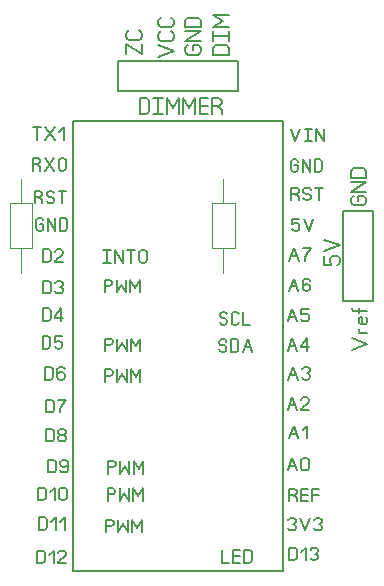
<source format=gbr>
%FSLAX34Y34*%
%MOMM*%
%LNSILK_TOP*%
G71*
G01*
%ADD10C, 0.20*%
%ADD11C, 0.19*%
%ADD12C, 0.17*%
%ADD13C, 0.10*%
%LPD*%
G54D10*
X88900Y901700D02*
X266700Y901700D01*
X266700Y520700D01*
X88900Y520700D01*
X88900Y901700D01*
G54D11*
X272807Y894899D02*
X276807Y884232D01*
X280807Y894899D01*
G54D11*
X284540Y884232D02*
X290940Y884232D01*
G54D11*
X287740Y884232D02*
X287740Y894899D01*
G54D11*
X284540Y894899D02*
X290940Y894899D01*
G54D11*
X294673Y884232D02*
X294673Y894899D01*
X301073Y884232D01*
X301073Y894899D01*
G54D11*
X276007Y863911D02*
X279207Y863911D01*
X279207Y860578D01*
X278407Y859245D01*
X276807Y858578D01*
X275207Y858578D01*
X273607Y859245D01*
X272807Y860578D01*
X272807Y867245D01*
X273607Y868578D01*
X275207Y869245D01*
X276807Y869245D01*
X278407Y868578D01*
X279207Y867245D01*
G54D11*
X282940Y858578D02*
X282940Y869245D01*
X289340Y858578D01*
X289340Y869245D01*
G54D11*
X293073Y858578D02*
X293073Y869245D01*
X297073Y869245D01*
X298673Y868578D01*
X299473Y867245D01*
X299473Y860578D01*
X298673Y859245D01*
X297073Y858578D01*
X293073Y858578D01*
G54D11*
X276531Y839827D02*
X278931Y838494D01*
X279731Y837161D01*
X279731Y834494D01*
G54D11*
X273331Y834494D02*
X273331Y845161D01*
X277331Y845161D01*
X278931Y844494D01*
X279731Y843161D01*
X279731Y841827D01*
X278931Y840494D01*
X277331Y839827D01*
X273331Y839827D01*
G54D11*
X283464Y836494D02*
X284264Y835161D01*
X285864Y834494D01*
X287464Y834494D01*
X289064Y835161D01*
X289864Y836494D01*
X289864Y837827D01*
X289064Y839161D01*
X287464Y839827D01*
X285864Y839827D01*
X284264Y840494D01*
X283464Y841827D01*
X283464Y843161D01*
X284264Y844494D01*
X285864Y845161D01*
X287464Y845161D01*
X289064Y844494D01*
X289864Y843161D01*
G54D11*
X296797Y834494D02*
X296797Y845161D01*
G54D11*
X293597Y845161D02*
X299997Y845161D01*
G54D11*
X280254Y818983D02*
X273854Y818983D01*
X273854Y814316D01*
X274654Y814316D01*
X276254Y814983D01*
X277854Y814983D01*
X279454Y814316D01*
X280254Y812983D01*
X280254Y810316D01*
X279454Y808983D01*
X277854Y808316D01*
X276254Y808316D01*
X274654Y808983D01*
X273854Y810316D01*
G54D11*
X283987Y818983D02*
X287987Y808316D01*
X291987Y818983D01*
G54D11*
X271760Y783185D02*
X275760Y793852D01*
X279760Y783185D01*
G54D11*
X273360Y787185D02*
X278160Y787185D01*
G54D11*
X283493Y793852D02*
X289893Y793852D01*
X289093Y792518D01*
X287493Y790518D01*
X285893Y787852D01*
X285093Y785852D01*
X285093Y783185D01*
G54D11*
X271236Y757530D02*
X275236Y768197D01*
X279236Y757530D01*
G54D11*
X272836Y761530D02*
X277636Y761530D01*
G54D11*
X289369Y766197D02*
X288569Y767530D01*
X286969Y768197D01*
X285369Y768197D01*
X283769Y767530D01*
X282969Y766197D01*
X282969Y762863D01*
X282969Y762197D01*
X285369Y763530D01*
X286969Y763530D01*
X288569Y762863D01*
X289369Y761530D01*
X289369Y759530D01*
X288569Y758197D01*
X286969Y757530D01*
X285369Y757530D01*
X283769Y758197D01*
X282969Y759530D01*
X282969Y762863D01*
G54D11*
X270189Y731876D02*
X274189Y742543D01*
X278189Y731876D01*
G54D11*
X271789Y735876D02*
X276589Y735876D01*
G54D11*
X288322Y742543D02*
X281922Y742543D01*
X281922Y737876D01*
X282722Y737876D01*
X284322Y738543D01*
X285922Y738543D01*
X287522Y737876D01*
X288322Y736543D01*
X288322Y733876D01*
X287522Y732543D01*
X285922Y731876D01*
X284322Y731876D01*
X282722Y732543D01*
X281922Y733876D01*
G54D11*
X270189Y707269D02*
X274189Y717936D01*
X278189Y707269D01*
G54D11*
X271789Y711269D02*
X276589Y711269D01*
G54D11*
X286722Y707269D02*
X286722Y717936D01*
X281922Y711269D01*
X281922Y709936D01*
X288322Y709936D01*
G54D11*
X270713Y682661D02*
X274713Y693328D01*
X278713Y682661D01*
G54D11*
X272313Y686661D02*
X277113Y686661D01*
G54D11*
X282446Y691328D02*
X283246Y692661D01*
X284846Y693328D01*
X286446Y693328D01*
X288046Y692661D01*
X288846Y691328D01*
X288846Y689994D01*
X288046Y688661D01*
X286446Y687994D01*
X288046Y687328D01*
X288846Y685994D01*
X288846Y684661D01*
X288046Y683328D01*
X286446Y682661D01*
X284846Y682661D01*
X283246Y683328D01*
X282446Y684661D01*
G54D11*
X270189Y657007D02*
X274189Y667674D01*
X278189Y657007D01*
G54D11*
X271789Y661007D02*
X276589Y661007D01*
G54D11*
X288322Y657007D02*
X281922Y657007D01*
X281922Y657674D01*
X282722Y659007D01*
X287522Y663007D01*
X288322Y664340D01*
X288322Y665674D01*
X287522Y667007D01*
X285922Y667674D01*
X284322Y667674D01*
X282722Y667007D01*
X281922Y665674D01*
G54D11*
X271236Y632923D02*
X275236Y643590D01*
X279236Y632923D01*
G54D11*
X272836Y636923D02*
X277636Y636923D01*
G54D11*
X282969Y639590D02*
X286969Y643590D01*
X286969Y632923D01*
G54D11*
X270189Y605698D02*
X274189Y616365D01*
X278189Y605698D01*
G54D11*
X271789Y609698D02*
X276589Y609698D01*
G54D11*
X288322Y614365D02*
X288322Y607698D01*
X287522Y606365D01*
X285922Y605698D01*
X284322Y605698D01*
X282722Y606365D01*
X281922Y607698D01*
X281922Y614365D01*
X282722Y615698D01*
X284322Y616365D01*
X285922Y616365D01*
X287522Y615698D01*
X288322Y614365D01*
G54D11*
X274960Y584853D02*
X277360Y583520D01*
X278160Y582187D01*
X278160Y579520D01*
G54D11*
X271760Y579520D02*
X271760Y590187D01*
X275760Y590187D01*
X277360Y589520D01*
X278160Y588187D01*
X278160Y586853D01*
X277360Y585520D01*
X275760Y584853D01*
X271760Y584853D01*
G54D11*
X287493Y579520D02*
X281893Y579520D01*
X281893Y590187D01*
X287493Y590187D01*
G54D11*
X281893Y584853D02*
X287493Y584853D01*
G54D11*
X291226Y579520D02*
X291226Y590187D01*
X296826Y590187D01*
G54D11*
X291226Y584853D02*
X296826Y584853D01*
G54D11*
X270713Y563580D02*
X271513Y564913D01*
X273113Y565580D01*
X274713Y565580D01*
X276313Y564913D01*
X277113Y563580D01*
X277113Y562246D01*
X276313Y560913D01*
X274713Y560246D01*
X276313Y559580D01*
X277113Y558246D01*
X277113Y556913D01*
X276313Y555580D01*
X274713Y554913D01*
X273113Y554913D01*
X271513Y555580D01*
X270713Y556913D01*
G54D11*
X280846Y565580D02*
X284846Y554913D01*
X288846Y565580D01*
G54D11*
X292579Y563580D02*
X293379Y564913D01*
X294979Y565580D01*
X296579Y565580D01*
X298179Y564913D01*
X298979Y563580D01*
X298979Y562246D01*
X298179Y560913D01*
X296579Y560246D01*
X298179Y559580D01*
X298979Y558246D01*
X298979Y556913D01*
X298179Y555580D01*
X296579Y554913D01*
X294979Y554913D01*
X293379Y555580D01*
X292579Y556913D01*
G54D11*
X271760Y529782D02*
X271760Y540449D01*
X275760Y540449D01*
X277360Y539782D01*
X278160Y538449D01*
X278160Y531782D01*
X277360Y530449D01*
X275760Y529782D01*
X271760Y529782D01*
G54D11*
X281893Y536449D02*
X285893Y540449D01*
X285893Y529782D01*
G54D11*
X289626Y538449D02*
X290426Y539782D01*
X292026Y540449D01*
X293626Y540449D01*
X295226Y539782D01*
X296026Y538449D01*
X296026Y537115D01*
X295226Y535782D01*
X293626Y535115D01*
X295226Y534449D01*
X296026Y533115D01*
X296026Y531782D01*
X295226Y530449D01*
X293626Y529782D01*
X292026Y529782D01*
X290426Y530449D01*
X289626Y531782D01*
G54D11*
X214692Y538354D02*
X214692Y527687D01*
X220292Y527687D01*
G54D11*
X229625Y527687D02*
X224025Y527687D01*
X224025Y538354D01*
X229625Y538354D01*
G54D11*
X224025Y533020D02*
X229625Y533020D01*
G54D11*
X233358Y527687D02*
X233358Y538354D01*
X237358Y538354D01*
X238958Y537687D01*
X239758Y536354D01*
X239758Y529687D01*
X238958Y528354D01*
X237358Y527687D01*
X233358Y527687D01*
G54D11*
X58206Y885802D02*
X58206Y896469D01*
G54D11*
X55006Y896469D02*
X61406Y896469D01*
G54D11*
X65139Y896469D02*
X73139Y885802D01*
G54D11*
X65139Y885802D02*
X73139Y896469D01*
G54D11*
X76872Y892469D02*
X80872Y896469D01*
X80872Y885802D01*
G54D11*
X57682Y864957D02*
X60082Y863624D01*
X60882Y862291D01*
X60882Y859624D01*
G54D11*
X54482Y859624D02*
X54482Y870291D01*
X58482Y870291D01*
X60082Y869624D01*
X60882Y868291D01*
X60882Y866957D01*
X60082Y865624D01*
X58482Y864957D01*
X54482Y864957D01*
G54D11*
X64615Y870291D02*
X72615Y859624D01*
G54D11*
X64615Y859624D02*
X72615Y870291D01*
G54D11*
X82748Y868291D02*
X82748Y861624D01*
X81948Y860291D01*
X80348Y859624D01*
X78748Y859624D01*
X77148Y860291D01*
X76348Y861624D01*
X76348Y868291D01*
X77148Y869624D01*
X78748Y870291D01*
X80348Y870291D01*
X81948Y869624D01*
X82748Y868291D01*
G54D11*
X59253Y837208D02*
X61653Y835875D01*
X62453Y834542D01*
X62453Y831875D01*
G54D11*
X56053Y831875D02*
X56053Y842542D01*
X60053Y842542D01*
X61653Y841875D01*
X62453Y840542D01*
X62453Y839208D01*
X61653Y837875D01*
X60053Y837208D01*
X56053Y837208D01*
G54D11*
X66186Y833875D02*
X66986Y832542D01*
X68586Y831875D01*
X70186Y831875D01*
X71786Y832542D01*
X72586Y833875D01*
X72586Y835208D01*
X71786Y836542D01*
X70186Y837208D01*
X68586Y837208D01*
X66986Y837875D01*
X66186Y839208D01*
X66186Y840542D01*
X66986Y841875D01*
X68586Y842542D01*
X70186Y842542D01*
X71786Y841875D01*
X72586Y840542D01*
G54D11*
X79519Y831875D02*
X79519Y842542D01*
G54D11*
X76319Y842542D02*
X82719Y842542D01*
G54D11*
X60300Y814172D02*
X63500Y814172D01*
X63500Y810839D01*
X62700Y809506D01*
X61100Y808839D01*
X59500Y808839D01*
X57900Y809506D01*
X57100Y810839D01*
X57100Y817506D01*
X57900Y818839D01*
X59500Y819506D01*
X61100Y819506D01*
X62700Y818839D01*
X63500Y817506D01*
G54D11*
X67233Y808839D02*
X67233Y819506D01*
X73633Y808839D01*
X73633Y819506D01*
G54D11*
X77366Y808839D02*
X77366Y819506D01*
X81366Y819506D01*
X82966Y818839D01*
X83766Y817506D01*
X83766Y810839D01*
X82966Y809506D01*
X81366Y808839D01*
X77366Y808839D01*
G54D11*
X63383Y782137D02*
X63383Y792804D01*
X67383Y792804D01*
X68983Y792137D01*
X69783Y790804D01*
X69783Y784137D01*
X68983Y782804D01*
X67383Y782137D01*
X63383Y782137D01*
G54D11*
X79916Y782137D02*
X73516Y782137D01*
X73516Y782804D01*
X74316Y784137D01*
X79116Y788137D01*
X79916Y789470D01*
X79916Y790804D01*
X79116Y792137D01*
X77516Y792804D01*
X75916Y792804D01*
X74316Y792137D01*
X73516Y790804D01*
G54D11*
X63500Y755650D02*
X63500Y766317D01*
X67500Y766317D01*
X69100Y765650D01*
X69900Y764317D01*
X69900Y757650D01*
X69100Y756317D01*
X67500Y755650D01*
X63500Y755650D01*
G54D11*
X73633Y764317D02*
X74433Y765650D01*
X76033Y766317D01*
X77633Y766317D01*
X79233Y765650D01*
X80033Y764317D01*
X80033Y762983D01*
X79233Y761650D01*
X77633Y760983D01*
X79233Y760317D01*
X80033Y758983D01*
X80033Y757650D01*
X79233Y756317D01*
X77633Y755650D01*
X76033Y755650D01*
X74433Y756317D01*
X73633Y757650D01*
G54D11*
X63383Y732399D02*
X63383Y743066D01*
X67383Y743066D01*
X68983Y742399D01*
X69783Y741066D01*
X69783Y734399D01*
X68983Y733066D01*
X67383Y732399D01*
X63383Y732399D01*
G54D11*
X78316Y732399D02*
X78316Y743066D01*
X73516Y736399D01*
X73516Y735066D01*
X79916Y735066D01*
G54D11*
X62859Y708839D02*
X62859Y719506D01*
X66859Y719506D01*
X68459Y718839D01*
X69259Y717506D01*
X69259Y710839D01*
X68459Y709506D01*
X66859Y708839D01*
X62859Y708839D01*
G54D11*
X79392Y719506D02*
X72992Y719506D01*
X72992Y714839D01*
X73792Y714839D01*
X75392Y715506D01*
X76992Y715506D01*
X78592Y714839D01*
X79392Y713506D01*
X79392Y710839D01*
X78592Y709506D01*
X76992Y708839D01*
X75392Y708839D01*
X73792Y709506D01*
X72992Y710839D01*
G54D11*
X64954Y682661D02*
X64954Y693328D01*
X68954Y693328D01*
X70554Y692661D01*
X71354Y691328D01*
X71354Y684661D01*
X70554Y683328D01*
X68954Y682661D01*
X64954Y682661D01*
G54D11*
X81487Y691328D02*
X80687Y692661D01*
X79087Y693328D01*
X77487Y693328D01*
X75887Y692661D01*
X75087Y691328D01*
X75087Y687994D01*
X75087Y687328D01*
X77487Y688661D01*
X79087Y688661D01*
X80687Y687994D01*
X81487Y686661D01*
X81487Y684661D01*
X80687Y683328D01*
X79087Y682661D01*
X77487Y682661D01*
X75887Y683328D01*
X75087Y684661D01*
X75087Y687994D01*
G54D11*
X66001Y654912D02*
X66001Y665579D01*
X70001Y665579D01*
X71601Y664912D01*
X72401Y663579D01*
X72401Y656912D01*
X71601Y655579D01*
X70001Y654912D01*
X66001Y654912D01*
G54D11*
X76134Y665579D02*
X82534Y665579D01*
X81734Y664245D01*
X80134Y662245D01*
X78534Y659579D01*
X77734Y657579D01*
X77734Y654912D01*
G54D11*
X66001Y630305D02*
X66001Y640972D01*
X70001Y640972D01*
X71601Y640305D01*
X72401Y638972D01*
X72401Y632305D01*
X71601Y630972D01*
X70001Y630305D01*
X66001Y630305D01*
G54D11*
X80134Y635638D02*
X78534Y635638D01*
X76934Y636305D01*
X76134Y637638D01*
X76134Y638972D01*
X76934Y640305D01*
X78534Y640972D01*
X80134Y640972D01*
X81734Y640305D01*
X82534Y638972D01*
X82534Y637638D01*
X81734Y636305D01*
X80134Y635638D01*
X81734Y634972D01*
X82534Y633638D01*
X82534Y632305D01*
X81734Y630972D01*
X80134Y630305D01*
X78534Y630305D01*
X76934Y630972D01*
X76134Y632305D01*
X76134Y633638D01*
X76934Y634972D01*
X78534Y635638D01*
G54D11*
X67571Y604127D02*
X67571Y614794D01*
X71571Y614794D01*
X73171Y614127D01*
X73971Y612794D01*
X73971Y606127D01*
X73171Y604794D01*
X71571Y604127D01*
X67571Y604127D01*
G54D11*
X77704Y606127D02*
X78504Y604794D01*
X80104Y604127D01*
X81704Y604127D01*
X83304Y604794D01*
X84104Y606127D01*
X84104Y609460D01*
X84104Y610127D01*
X81704Y608794D01*
X80104Y608794D01*
X78504Y609460D01*
X77704Y610794D01*
X77704Y612794D01*
X78504Y614127D01*
X80104Y614794D01*
X81704Y614794D01*
X83304Y614127D01*
X84104Y612794D01*
X84104Y609460D01*
G54D11*
X59194Y580566D02*
X59194Y591233D01*
X63194Y591233D01*
X64794Y590566D01*
X65594Y589233D01*
X65594Y582566D01*
X64794Y581233D01*
X63194Y580566D01*
X59194Y580566D01*
G54D11*
X69327Y587233D02*
X73327Y591233D01*
X73327Y580566D01*
G54D11*
X83460Y589233D02*
X83460Y582566D01*
X82660Y581233D01*
X81060Y580566D01*
X79460Y580566D01*
X77860Y581233D01*
X77060Y582566D01*
X77060Y589233D01*
X77860Y590566D01*
X79460Y591233D01*
X81060Y591233D01*
X82660Y590566D01*
X83460Y589233D01*
G54D11*
X59718Y555436D02*
X59718Y566103D01*
X63718Y566103D01*
X65318Y565436D01*
X66118Y564103D01*
X66118Y557436D01*
X65318Y556103D01*
X63718Y555436D01*
X59718Y555436D01*
G54D11*
X69851Y562103D02*
X73851Y566103D01*
X73851Y555436D01*
G54D11*
X77584Y562103D02*
X81584Y566103D01*
X81584Y555436D01*
G54D11*
X58147Y527163D02*
X58147Y537830D01*
X62147Y537830D01*
X63747Y537163D01*
X64547Y535830D01*
X64547Y529163D01*
X63747Y527830D01*
X62147Y527163D01*
X58147Y527163D01*
G54D11*
X68280Y533830D02*
X72280Y537830D01*
X72280Y527163D01*
G54D11*
X82413Y527163D02*
X76013Y527163D01*
X76013Y527830D01*
X76813Y529163D01*
X81613Y533163D01*
X82413Y534496D01*
X82413Y535830D01*
X81613Y537163D01*
X80013Y537830D01*
X78413Y537830D01*
X76813Y537163D01*
X76013Y535830D01*
G54D11*
X212074Y708221D02*
X212874Y706888D01*
X214474Y706221D01*
X216074Y706221D01*
X217674Y706888D01*
X218474Y708221D01*
X218474Y709554D01*
X217674Y710888D01*
X216074Y711554D01*
X214474Y711554D01*
X212874Y712221D01*
X212074Y713554D01*
X212074Y714888D01*
X212874Y716221D01*
X214474Y716888D01*
X216074Y716888D01*
X217674Y716221D01*
X218474Y714888D01*
G54D11*
X222207Y706221D02*
X222207Y716888D01*
X226207Y716888D01*
X227807Y716221D01*
X228607Y714888D01*
X228607Y708221D01*
X227807Y706888D01*
X226207Y706221D01*
X222207Y706221D01*
G54D11*
X232340Y706221D02*
X236340Y716888D01*
X240340Y706221D01*
G54D11*
X233940Y710221D02*
X238740Y710221D01*
G54D11*
X212598Y731258D02*
X213398Y729925D01*
X214998Y729258D01*
X216598Y729258D01*
X218198Y729925D01*
X218998Y731258D01*
X218998Y732591D01*
X218198Y733925D01*
X216598Y734591D01*
X214998Y734591D01*
X213398Y735258D01*
X212598Y736591D01*
X212598Y737925D01*
X213398Y739258D01*
X214998Y739925D01*
X216598Y739925D01*
X218198Y739258D01*
X218998Y737925D01*
G54D11*
X229131Y731258D02*
X228331Y729925D01*
X226731Y729258D01*
X225131Y729258D01*
X223531Y729925D01*
X222731Y731258D01*
X222731Y737925D01*
X223531Y739258D01*
X225131Y739925D01*
X226731Y739925D01*
X228331Y739258D01*
X229131Y737925D01*
G54D11*
X232864Y739925D02*
X232864Y729258D01*
X238464Y729258D01*
G54D11*
X115215Y756483D02*
X115215Y767150D01*
X119215Y767150D01*
X120815Y766483D01*
X121615Y765150D01*
X121615Y763816D01*
X120815Y762483D01*
X119215Y761816D01*
X115215Y761816D01*
G54D11*
X125348Y767150D02*
X125348Y756483D01*
X129348Y763150D01*
X133348Y756483D01*
X133348Y767150D01*
G54D11*
X137081Y756483D02*
X137081Y767150D01*
X141081Y760483D01*
X145081Y767150D01*
X145081Y756483D01*
G54D11*
X115739Y706745D02*
X115739Y717412D01*
X119739Y717412D01*
X121339Y716745D01*
X122139Y715412D01*
X122139Y714078D01*
X121339Y712745D01*
X119739Y712078D01*
X115739Y712078D01*
G54D11*
X125872Y717412D02*
X125872Y706745D01*
X129872Y713412D01*
X133872Y706745D01*
X133872Y717412D01*
G54D11*
X137605Y706745D02*
X137605Y717412D01*
X141605Y710745D01*
X145605Y717412D01*
X145605Y706745D01*
G54D11*
X115739Y680566D02*
X115739Y691233D01*
X119739Y691233D01*
X121339Y690566D01*
X122139Y689233D01*
X122139Y687899D01*
X121339Y686566D01*
X119739Y685899D01*
X115739Y685899D01*
G54D11*
X125872Y691233D02*
X125872Y680566D01*
X129872Y687233D01*
X133872Y680566D01*
X133872Y691233D01*
G54D11*
X137605Y680566D02*
X137605Y691233D01*
X141605Y684566D01*
X145605Y691233D01*
X145605Y680566D01*
G54D11*
X118126Y603072D02*
X118126Y613739D01*
X122126Y613739D01*
X123726Y613072D01*
X124526Y611739D01*
X124526Y610406D01*
X123726Y609072D01*
X122126Y608406D01*
X118126Y608406D01*
G54D11*
X128259Y613739D02*
X128259Y603072D01*
X132259Y609739D01*
X136259Y603072D01*
X136259Y613739D01*
G54D11*
X139992Y603072D02*
X139992Y613739D01*
X143992Y607072D01*
X147992Y613739D01*
X147992Y603072D01*
G54D11*
X117833Y580043D02*
X117833Y590710D01*
X121833Y590710D01*
X123433Y590043D01*
X124233Y588710D01*
X124233Y587376D01*
X123433Y586043D01*
X121833Y585376D01*
X117833Y585376D01*
G54D11*
X127966Y590710D02*
X127966Y580043D01*
X131966Y586710D01*
X135966Y580043D01*
X135966Y590710D01*
G54D11*
X139699Y580043D02*
X139699Y590710D01*
X143699Y584043D01*
X147699Y590710D01*
X147699Y580043D01*
G54D11*
X116786Y553341D02*
X116786Y564008D01*
X120786Y564008D01*
X122386Y563341D01*
X123186Y562008D01*
X123186Y560674D01*
X122386Y559341D01*
X120786Y558674D01*
X116786Y558674D01*
G54D11*
X126919Y564008D02*
X126919Y553341D01*
X130919Y560008D01*
X134919Y553341D01*
X134919Y564008D01*
G54D11*
X138652Y553341D02*
X138652Y564008D01*
X142652Y557341D01*
X146652Y564008D01*
X146652Y553341D01*
G54D11*
X114168Y781614D02*
X120568Y781614D01*
G54D11*
X117368Y781614D02*
X117368Y792281D01*
G54D11*
X114168Y792281D02*
X120568Y792281D01*
G54D11*
X124301Y781614D02*
X124301Y792281D01*
X130701Y781614D01*
X130701Y792281D01*
G54D11*
X137634Y781614D02*
X137634Y792281D01*
G54D11*
X134434Y792281D02*
X140834Y792281D01*
G54D11*
X150967Y790281D02*
X150967Y783614D01*
X150167Y782281D01*
X148567Y781614D01*
X146967Y781614D01*
X145367Y782281D01*
X144567Y783614D01*
X144567Y790281D01*
X145367Y791614D01*
X146967Y792281D01*
X148567Y792281D01*
X150167Y791614D01*
X150967Y790281D01*
G54D10*
X127000Y952500D02*
X228600Y952500D01*
X228600Y927100D01*
X127000Y927100D01*
X127000Y952500D01*
G54D10*
X317500Y825500D02*
X342900Y825500D01*
X342900Y749300D01*
X317500Y749300D01*
X317500Y825500D01*
G54D12*
X145003Y907429D02*
X145003Y920762D01*
X150003Y920762D01*
X152003Y919929D01*
X153003Y918262D01*
X153003Y909929D01*
X152003Y908262D01*
X150003Y907429D01*
X145003Y907429D01*
G54D12*
X156670Y907429D02*
X164670Y907429D01*
G54D12*
X160670Y907429D02*
X160670Y920762D01*
G54D12*
X156670Y920762D02*
X164670Y920762D01*
G54D12*
X168337Y907429D02*
X168337Y920762D01*
X173337Y912429D01*
X178337Y920762D01*
X178337Y907429D01*
G54D12*
X182004Y907429D02*
X182004Y920762D01*
X187004Y912429D01*
X192004Y920762D01*
X192004Y907429D01*
G54D12*
X202671Y907429D02*
X195671Y907429D01*
X195671Y920762D01*
X202671Y920762D01*
G54D12*
X195671Y914096D02*
X202671Y914096D01*
G54D12*
X210338Y914096D02*
X213338Y912429D01*
X214338Y910762D01*
X214338Y907429D01*
G54D12*
X206338Y907429D02*
X206338Y920762D01*
X211338Y920762D01*
X213338Y919929D01*
X214338Y918262D01*
X214338Y916596D01*
X213338Y914929D01*
X211338Y914096D01*
X206338Y914096D01*
G54D12*
X324409Y708042D02*
X337742Y713042D01*
X324409Y718042D01*
G54D12*
X337742Y721709D02*
X330242Y721709D01*
G54D12*
X331909Y721709D02*
X330242Y723709D01*
X330242Y725709D01*
G54D12*
X336909Y735376D02*
X337742Y733776D01*
X337742Y731776D01*
X336909Y729776D01*
X335242Y729376D01*
X332409Y729376D01*
X330742Y730376D01*
X330242Y732376D01*
X330742Y734376D01*
X331909Y735376D01*
X333575Y735376D01*
X333575Y729376D01*
G54D12*
X337742Y741043D02*
X325242Y741043D01*
X324409Y742043D01*
X324909Y743043D01*
G54D12*
X330242Y739043D02*
X330242Y743043D01*
G54D12*
X330200Y834200D02*
X330200Y838200D01*
X334367Y838200D01*
X336033Y837200D01*
X336867Y835200D01*
X336867Y833200D01*
X336033Y831200D01*
X334367Y830200D01*
X326033Y830200D01*
X324367Y831200D01*
X323533Y833200D01*
X323533Y835200D01*
X324367Y837200D01*
X326033Y838200D01*
G54D12*
X336867Y841867D02*
X323533Y841867D01*
X336867Y849867D01*
X323533Y849867D01*
G54D12*
X336867Y853534D02*
X323533Y853534D01*
X323533Y858534D01*
X324367Y860534D01*
X326033Y861534D01*
X334367Y861534D01*
X336033Y860534D01*
X336867Y858534D01*
X336867Y853534D01*
G54D12*
X301120Y787529D02*
X301120Y779529D01*
X306953Y779529D01*
X306953Y780529D01*
X306120Y782529D01*
X306120Y784529D01*
X306953Y786529D01*
X308620Y787529D01*
X311953Y787529D01*
X313620Y786529D01*
X314453Y784529D01*
X314453Y782529D01*
X313620Y780529D01*
X311953Y779529D01*
G54D12*
X301120Y791196D02*
X314453Y796196D01*
X301120Y801196D01*
G54D12*
X189949Y961833D02*
X189949Y965833D01*
X194116Y965833D01*
X195783Y964833D01*
X196616Y962833D01*
X196616Y960833D01*
X195783Y958833D01*
X194116Y957833D01*
X185783Y957833D01*
X184116Y958833D01*
X183283Y960833D01*
X183283Y962833D01*
X184116Y964833D01*
X185783Y965833D01*
G54D12*
X196616Y969500D02*
X183283Y969500D01*
X196616Y977500D01*
X183283Y977500D01*
G54D12*
X196616Y981167D02*
X183283Y981167D01*
X183283Y986167D01*
X184116Y988167D01*
X185783Y989167D01*
X194116Y989167D01*
X195783Y988167D01*
X196616Y986167D01*
X196616Y981167D01*
G54D12*
X160299Y955816D02*
X173632Y960816D01*
X160299Y965816D01*
G54D12*
X171132Y977483D02*
X172799Y976483D01*
X173632Y974483D01*
X173632Y972483D01*
X172799Y970483D01*
X171132Y969483D01*
X162799Y969483D01*
X161132Y970483D01*
X160299Y972483D01*
X160299Y974483D01*
X161132Y976483D01*
X162799Y977483D01*
G54D12*
X171132Y989150D02*
X172799Y988150D01*
X173632Y986150D01*
X173632Y984150D01*
X172799Y982150D01*
X171132Y981150D01*
X162799Y981150D01*
X161132Y982150D01*
X160299Y984150D01*
X160299Y986150D01*
X161132Y988150D01*
X162799Y989150D01*
G54D12*
X133283Y958639D02*
X133283Y966639D01*
X146616Y958639D01*
X146616Y966639D01*
G54D12*
X144116Y978306D02*
X145783Y977306D01*
X146616Y975306D01*
X146616Y973306D01*
X145783Y971306D01*
X144116Y970306D01*
X135783Y970306D01*
X134116Y971306D01*
X133283Y973306D01*
X133283Y975306D01*
X134116Y977306D01*
X135783Y978306D01*
G54D12*
X220406Y957833D02*
X207073Y957833D01*
X207073Y962833D01*
X207906Y964833D01*
X209573Y965833D01*
X217906Y965833D01*
X219573Y964833D01*
X220406Y962833D01*
X220406Y957833D01*
G54D12*
X220406Y969500D02*
X220406Y977500D01*
G54D12*
X220406Y973500D02*
X207073Y973500D01*
G54D12*
X207073Y969500D02*
X207073Y977500D01*
G54D12*
X220406Y981167D02*
X207073Y981167D01*
X215406Y986167D01*
X207073Y991167D01*
X220406Y991167D01*
G54D13*
X53950Y793800D02*
X34950Y793800D01*
X34950Y831800D01*
X53950Y831800D01*
X53950Y793800D01*
G54D13*
X44450Y793700D02*
X44450Y773100D01*
G54D13*
X44450Y852500D02*
X44450Y831900D01*
G54D13*
X225400Y793800D02*
X206400Y793800D01*
X206400Y831800D01*
X225400Y831800D01*
X225400Y793800D01*
G54D13*
X215900Y793700D02*
X215900Y773100D01*
G54D13*
X215900Y852500D02*
X215900Y831900D01*
M02*

</source>
